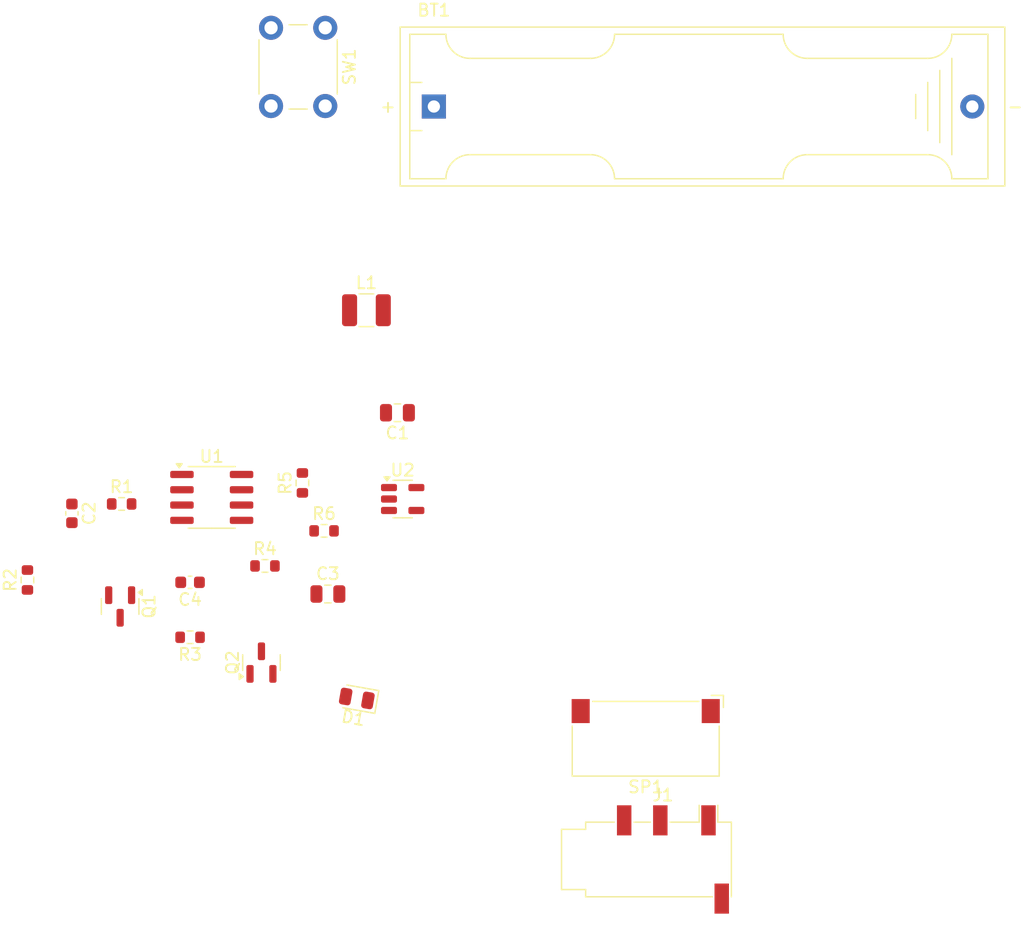
<source format=kicad_pcb>
(kicad_pcb (version 20240108) (generator "pcbnew") (generator_version "8.0")
  (layers (0 "F.Cu" signal) (31 "B.Cu" signal) (34 "B.Paste" user) (35 "F.Paste" user) (36 "B.SilkS" user "B.Silkscreen") (37 "F.SilkS" user "F.Silkscreen") (38 "B.Mask" user) (39 "F.Mask" user) (44 "Edge.Cuts" user))
  (net 0 "")
  (net 1 "Net-(L1-Pad1)")
  (net 2 "Net-(C2-Pad1)")
  (net 3 "Net-(Q1-Pad2)")
  (net 4 "GND")
  (net 5 "Net-(J1-PadR)")
  (net 6 "Net-(Q2-Pad2)")
  (net 7 "Net-(C4-Pad1)")
  (net 8 "Net-(C3-Pad1)")
  (net 9 "Net-(R5-Pad2)")
  (net 10 "Net-(C1-Pad1)")
  (net 11 "Net-(U1-Pad6)")
  (net 12 "Net-(U1-Pad2)")
  (net 13 "Net-(J1-PadT)")
  (net 14 "Net-(SP1-Pad2)")
  (net 15 "Net-(D1-Pad1)")
  (net 16 "VCC")
  (footprint "Connector_Audio:Jack_3.5mm_PJ320D_Horizontal" (layer "F.Cu") (at 146.114854 130.59393)
    (property "Reference" "J1" (at 0.05 -5.35 0) (layer "F.SilkS"))
    (property "Value" "AudioJack3")
    (fp_line (start -8.375 -2.5) (end -8.375 2.5) (stroke (width 0.12)) (layer "F.SilkS"))
    (fp_line (start -6.375 -3.1) (end -6.375 -2.5) (stroke (width 0.12)) (layer "F.SilkS"))
    (fp_line (start -6.375 -3.1) (end -4 -3.1) (stroke (width 0.12)) (layer "F.SilkS"))
    (fp_line (start -6.375 -2.5) (end -8.375 -2.5) (stroke (width 0.12)) (layer "F.SilkS"))
    (fp_line (start -6.375 2.5) (end -8.375 2.5) (stroke (width 0.12)) (layer "F.SilkS"))
    (fp_line (start -6.375 2.5) (end -6.375 3.1) (stroke (width 0.12)) (layer "F.SilkS"))
    (fp_line (start -2.35 -3.1) (end -1 -3.1) (stroke (width 0.12)) (layer "F.SilkS"))
    (fp_line (start 0.65 -3.1) (end 3.05 -3.1) (stroke (width 0.12)) (layer "F.SilkS"))
    (fp_line (start 3.05 -3.1) (end 3.05 -4.5) (stroke (width 0.12)) (layer "F.SilkS"))
    (fp_line (start 4.15 3.1) (end -6.375 3.1) (stroke (width 0.12)) (layer "F.SilkS"))
    (fp_line (start 4.6 -3.1) (end 4.6 -4.5) (stroke (width 0.12)) (layer "F.SilkS"))
    (fp_line (start 4.6 -3.1) (end 5.725 -3.1) (stroke (width 0.12)) (layer "F.SilkS"))
    (fp_line (start 5.725 3.1) (end 5.725 -3.1) (stroke (width 0.12)) (layer "F.SilkS"))
    (pad "" np_thru_hole circle (at -4.775 0) (size 1.5 1.5) (drill 1.5) (layers "*.Cu" "*.Mask"))
    (pad "" np_thru_hole circle (at 2.225 0) (size 1.5 1.5) (drill 1.5) (layers "*.Cu" "*.Mask"))
    (pad "R1" smd rect (at -0.175 -3.25) (size 1.2 2.5) (layers "F.Cu" "F.Paste" "F.Mask"))
    (pad "R2" smd rect (at -3.175 -3.25) (size 1.2 2.5) (layers "F.Cu" "F.Paste" "F.Mask"))
    (pad "S" smd rect (at 4.925 3.25) (size 1.2 2.5) (layers "F.Cu" "F.Paste" "F.Mask") (net 4 "GND"))
    (pad "T" smd rect (at 3.825 -3.25) (size 1.2 2.5) (layers "F.Cu" "F.Paste" "F.Mask") (net 13 "Net-(J1-PadT)"))
  )
  (footprint "Resistor_SMD:R_0603_1608Metric" (layer "F.Cu") (at 116.225991 99.315176 90)
    (property "Reference" "R5" (at 0.000001 -1.43 90) (layer "F.SilkS"))
    (property "Value" "10k")
    (fp_line (start -0.237261 -0.522502) (end 0.237255 -0.522499) (stroke (width 0.12)) (layer "F.SilkS"))
    (fp_line (start -0.237255 0.522499) (end 0.237261 0.522502) (stroke (width 0.12)) (layer "F.SilkS"))
    (pad "1" smd roundrect (at -0.825 0.000001 90) (size 0.8 0.95) (layers "F.Cu" "F.Paste" "F.Mask") (net 8 "Net-(C3-Pad1)"))
    (pad "2" smd roundrect (at 0.825 -0.000001 90) (size 0.8 0.95) (layers "F.Cu" "F.Paste" "F.Mask") (net 9 "Net-(R5-Pad2)"))
  )
  (footprint "Resistor_SMD:R_0603_1608Metric" (layer "F.Cu") (at 101.218699 101.063677)
    (property "Reference" "R1" (at -0.000001 -1.430001 0) (layer "F.SilkS"))
    (property "Value" "10k")
    (fp_line (start -0.237258 -0.5225) (end 0.237258 -0.5225) (stroke (width 0.12)) (layer "F.SilkS"))
    (fp_line (start -0.237258 0.5225) (end 0.237258 0.5225) (stroke (width 0.12)) (layer "F.SilkS"))
    (pad "1" smd roundrect (at -0.825 -0.000001) (size 0.8 0.95) (layers "F.Cu" "F.Paste" "F.Mask") (net 2 "Net-(C2-Pad1)"))
    (pad "2" smd roundrect (at 0.825 0.000001) (size 0.8 0.95) (layers "F.Cu" "F.Paste" "F.Mask") (net 1 "Net-(L1-Pad1)"))
  )
  (footprint "Inductor_SMD:L_1210_3225Metric" (layer "F.Cu") (at 121.541645 84.971973)
    (property "Reference" "L1" (at 0 -2.28 0) (layer "F.SilkS"))
    (property "Value" "10mH")
    (fp_line (start -0.602064 -1.36) (end 0.602064 -1.36) (stroke (width 0.12)) (layer "F.SilkS"))
    (fp_line (start -0.602064 1.36) (end 0.602064 1.36) (stroke (width 0.12)) (layer "F.SilkS"))
    (pad "1" smd roundrect (at -1.4 0) (size 1.25 2.65) (layers "F.Cu" "F.Paste" "F.Mask") (roundrect_rratio 0.2) (net 1 "Net-(L1-Pad1)"))
    (pad "2" smd roundrect (at 1.4 0) (size 1.25 2.65) (layers "F.Cu" "F.Paste" "F.Mask") (roundrect_rratio 0.2) (net 10 "Net-(C1-Pad1)"))
  )
  (footprint "Package_TO_SOT_SMD:SOT-23" (layer "F.Cu") (at 101.093695 109.578011 -90)
    (property "Reference" "Q1" (at 0.000001 -2.400005 90) (layer "F.SilkS"))
    (property "Value" "2N3904")
    (fp_line (start 0 1.56) (end -0.650002 1.560005) (stroke (width 0.12)) (layer "F.SilkS"))
    (fp_line (start 0 1.56) (end 0.650001 1.56) (stroke (width 0.12)) (layer "F.SilkS"))
    (fp_line (start 0 -1.56) (end -0.650001 -1.56) (stroke (width 0.12)) (layer "F.SilkS"))
    (fp_line (start 0 -1.56) (end 0.650002 -1.560005) (stroke (width 0.12)) (layer "F.SilkS"))
    (fp_poly (pts (xy -1.162501 -1.509997) (xy -1.402505 -1.839992) (xy -0.9225 -1.840002) (xy -1.162501 -1.509997)) (stroke (width 0.12)) (fill solid) (layer "F.SilkS"))
    (pad "1" smd roundrect (at -0.937492 -0.950004 270) (size 1.475 0.6) (layers "F.Cu" "F.Paste" "F.Mask") (net 4 "GND"))
    (pad "2" smd roundrect (at -0.937506 0.949999 270) (size 1.475 0.6) (layers "F.Cu" "F.Paste" "F.Mask") (net 3 "Net-(Q1-Pad2)"))
    (pad "3" smd roundrect (at 0.937493 0.000001 270) (size 1.475 0.6) (layers "F.Cu" "F.Paste" "F.Mask") (net 5 "Net-(J1-PadR)"))
  )
  (footprint "Resistor_SMD:R_0603_1608Metric" (layer "F.Cu") (at 118.023742 103.297874)
    (property "Reference" "R6" (at 0.000001 -1.430005 0) (layer "F.SilkS"))
    (property "Value" "10k")
    (fp_line (start -0.237263 -0.522505) (end 0.237251 -0.522501) (stroke (width 0.12)) (layer "F.SilkS"))
    (fp_line (start -0.237251 0.522501) (end 0.237263 0.522505) (stroke (width 0.12)) (layer "F.SilkS"))
    (pad "1" smd roundrect (at -0.825002 -0.000001) (size 0.8 0.95) (layers "F.Cu" "F.Paste" "F.Mask") (net 8 "Net-(C3-Pad1)"))
    (pad "2" smd roundrect (at 0.825002 0.000001) (size 0.8 0.95) (layers "F.Cu" "F.Paste" "F.Mask") (net 4 "GND"))
  )
  (footprint "Resistor_SMD:R_0603_1608Metric" (layer "F.Cu") (at 106.900649 112.137522 180)
    (property "Reference" "R3" (at 0.000002 -1.430001 360) (layer "F.SilkS"))
    (property "Value" "10k")
    (fp_line (start -0.237252 0.5225) (end 0.237262 0.522504) (stroke (width 0.12)) (layer "F.SilkS"))
    (fp_line (start -0.237262 -0.522504) (end 0.237252 -0.5225) (stroke (width 0.12)) (layer "F.SilkS"))
    (pad "1" smd roundrect (at -0.824998 0 180) (size 0.8 0.95) (layers "F.Cu" "F.Paste" "F.Mask") (net 5 "Net-(J1-PadR)"))
    (pad "2" smd roundrect (at 0.824998 0 180) (size 0.8 0.95) (layers "F.Cu" "F.Paste" "F.Mask") (net 4 "GND"))
  )
  (footprint "Resistor_SMD:R_0603_1608Metric" (layer "F.Cu") (at 113.117544 106.212044)
    (property "Reference" "R4" (at 0 -1.43 0) (layer "F.SilkS"))
    (property "Value" "1k")
    (fp_line (start -0.237258 -0.5225) (end 0.237258 -0.5225) (stroke (width 0.12)) (layer "F.SilkS"))
    (fp_line (start -0.237258 0.5225) (end 0.237258 0.5225) (stroke (width 0.12)) (layer "F.SilkS"))
    (pad "1" smd roundrect (at -0.825 0) (size 0.8 0.95) (layers "F.Cu" "F.Paste" "F.Mask") (net 7 "Net-(C4-Pad1)"))
    (pad "2" smd roundrect (at 0.825 0) (size 0.8 0.95) (layers "F.Cu" "F.Paste" "F.Mask") (net 6 "Net-(Q2-Pad2)"))
  )
  (footprint "Capacitor_SMD:C_0805_2012Metric" (layer "F.Cu") (at 124.115642 93.486838 180)
    (property "Reference" "C1" (at 0 -1.68 360) (layer "F.SilkS"))
    (property "Value" "10uF")
    (fp_line (start -0.261249 0.735003) (end 0.261252 0.734997) (stroke (width 0.12)) (layer "F.SilkS"))
    (fp_line (start -0.261252 -0.734997) (end 0.261249 -0.735003) (stroke (width 0.12)) (layer "F.SilkS"))
    (pad "1" smd roundrect (at -0.949997 0.000001 180) (size 1 1.45) (layers "F.Cu" "F.Paste" "F.Mask") (net 10 "Net-(C1-Pad1)"))
    (pad "2" smd roundrect (at 0.949997 -0.000001 180) (size 1 1.45) (layers "F.Cu" "F.Paste" "F.Mask") (net 4 "GND"))
  )
  (footprint "Capacitor_SMD:C_0603_1608Metric" (layer "F.Cu") (at 106.900649 107.57199 180)
    (property "Reference" "C4" (at 0.000002 -1.430001 360) (layer "F.SilkS"))
    (property "Value" "100nF")
    (fp_line (start -0.140579 -0.510001) (end 0.14058 -0.51) (stroke (width 0.12)) (layer "F.SilkS"))
    (fp_line (start -0.14058 0.51) (end 0.140579 0.510001) (stroke (width 0.12)) (layer "F.SilkS"))
    (pad "1" smd roundrect (at -0.775001 0.000005 180) (size 0.9 0.95) (layers "F.Cu" "F.Paste" "F.Mask") (net 7 "Net-(C4-Pad1)"))
    (pad "2" smd roundrect (at 0.775001 -0.000005 180) (size 0.9 0.95) (layers "F.Cu" "F.Paste" "F.Mask") (net 4 "GND"))
  )
  (footprint "Button_Switch_THT:SW_PUSH_6mm" (layer "F.Cu") (at 118.122393 61.509745 -90)
    (property "Reference" "SW1" (at 3.249998 -2 90) (layer "F.SilkS"))
    (property "Value" "SW_SPST")
    (fp_line (start 1 5.5) (end 5.5 5.5) (stroke (width 0.12)) (layer "F.SilkS"))
    (fp_line (start 6.750002 3) (end 6.749997 1.499999) (stroke (width 0.12)) (layer "F.SilkS"))
    (fp_line (start -0.25 1.5) (end -0.250003 3) (stroke (width 0.12)) (layer "F.SilkS"))
    (fp_line (start 5.5 -1) (end 1.000001 -0.999997) (stroke (width 0.12)) (layer "F.SilkS"))
    (pad "1" thru_hole circle (at 0 0) (size 2 2) (drill 1.1) (layers "*.Cu" "*.Mask") (net 16 "VCC"))
    (pad "1" thru_hole circle (at 6.499999 0.000001) (size 2 2) (drill 1.1) (layers "*.Cu" "*.Mask") (net 16 "VCC"))
    (pad "2" thru_hole circle (at -0.000001 4.5) (size 2 2) (drill 1.1) (layers "*.Cu" "*.Mask") (net 9 "Net-(R5-Pad2)"))
    (pad "2" thru_hole circle (at 6.500002 4.5) (size 2 2) (drill 1.1) (layers "*.Cu" "*.Mask") (net 9 "Net-(R5-Pad2)"))
  )
  (footprint "Battery:BatteryHolder_Keystone_2466_1xAAA" (layer "F.Cu") (at 127.141458 68.050155)
    (property "Reference" "BT1" (at 0 -8 180) (layer "F.SilkS"))
    (property "Value" "AAA")
    (fp_line (start -2.8 -6.6) (end -2.8 6.6) (stroke (width 0.12)) (layer "F.SilkS"))
    (fp_line (start -2.8 6.6) (end 47.4 6.6) (stroke (width 0.12)) (layer "F.SilkS"))
    (fp_line (start -2 -6) (end -2 6) (stroke (width 0.12)) (layer "F.SilkS"))
    (fp_line (start -2 -6) (end 1 -6) (stroke (width 0.12)) (layer "F.SilkS"))
    (fp_line (start -2 -2) (end -1 -2) (stroke (width 0.12)) (layer "F.SilkS"))
    (fp_line (start -2 6) (end 1 6) (stroke (width 0.12)) (layer "F.SilkS"))
    (fp_line (start -1 2) (end -2 2) (stroke (width 0.12)) (layer "F.SilkS"))
    (fp_line (start 3 -4) (end 13 -4) (stroke (width 0.12)) (layer "F.SilkS"))
    (fp_line (start 3 4) (end 13 4) (stroke (width 0.12)) (layer "F.SilkS"))
    (fp_line (start 15 6) (end 29 6) (stroke (width 0.12)) (layer "F.SilkS"))
    (fp_line (start 29 -6) (end 15 -6) (stroke (width 0.12)) (layer "F.SilkS"))
    (fp_line (start 40 -1) (end 40 1) (stroke (width 0.12)) (layer "F.SilkS"))
    (fp_line (start 41 -4) (end 31 -4) (stroke (width 0.12)) (layer "F.SilkS"))
    (fp_line (start 41 -2) (end 41 2) (stroke (width 0.12)) (layer "F.SilkS"))
    (fp_line (start 41 4) (end 31 4) (stroke (width 0.12)) (layer "F.SilkS"))
    (fp_line (start 42 3) (end 42 -3) (stroke (width 0.12)) (layer "F.SilkS"))
    (fp_line (start 43 -4) (end 43 4) (stroke (width 0.12)) (layer "F.SilkS"))
    (fp_line (start 46 -6) (end 43 -6) (stroke (width 0.12)) (layer "F.SilkS"))
    (fp_line (start 46 -6) (end 46 6) (stroke (width 0.12)) (layer "F.SilkS"))
    (fp_line (start 46 6) (end 43 6) (stroke (width 0.12)) (layer "F.SilkS"))
    (fp_line (start 47.4 -6.6) (end -2.8 -6.6) (stroke (width 0.12)) (layer "F.SilkS"))
    (fp_line (start 47.4 6.6) (end 47.4 -6.6) (stroke (width 0.12)) (layer "F.SilkS"))
    (fp_arc (start 1 6) (mid 1.585786 4.585786) (end 3 4) (stroke (width 0.12)) (layer "F.SilkS"))
    (fp_arc (start 3 -4) (mid 1.585786 -4.585786) (end 1 -6) (stroke (width 0.12)) (layer "F.SilkS"))
    (fp_arc (start 13 4) (mid 14.414214 4.585786) (end 15 6) (stroke (width 0.12)) (layer "F.SilkS"))
    (fp_arc (start 15 -6) (mid 14.414214 -4.585786) (end 13 -4) (stroke (width 0.12)) (layer "F.SilkS"))
    (fp_arc (start 29 6) (mid 29.585786 4.585786) (end 31 4) (stroke (width 0.12)) (layer "F.SilkS"))
    (fp_arc (start 31 -4) (mid 29.585786 -4.585786) (end 29 -6) (stroke (width 0.12)) (layer "F.SilkS"))
    (fp_arc (start 41 4) (mid 42.414214 4.585786) (end 43 6) (stroke (width 0.12)) (layer "F.SilkS"))
    (fp_arc (start 43 -6) (mid 42.414214 -4.585786) (end 41 -4) (stroke (width 0.12)) (layer "F.SilkS"))
    (fp_text user "-" (at 48.26 0 0) (layer "F.SilkS"))
    (fp_text user "+" (at -3.81 0 0) (layer "F.SilkS"))
    (pad "1" thru_hole rect (at 0 0) (size 2 2) (drill 1.02) (layers "*.Cu" "*.Mask") (net 16 "VCC"))
    (pad "2" thru_hole circle (at 44.7 0) (size 2 2) (drill 1.02) (layers "*.Cu" "*.Mask") (net 4 "GND"))
  )
  (footprint "Buzzer_Beeper:Speaker_CUI_CMR-1206S-67" (layer "F.Cu") (at 144.728731 120.568027 180)
    (property "Reference" "SP1" (at -0.000001 -3.999999 0) (layer "F.SilkS"))
    (property "Value" "Speaker")
    (fp_line (start 6.100001 -3.100001) (end 6.100001 1.049997) (stroke (width 0.12)) (layer "F.SilkS"))
    (fp_line (start 4.400002 3.100001) (end -4.400001 3.099997) (stroke (width 0.12)) (layer "F.SilkS"))
    (fp_line (start -6.1 -3.1) (end 6.100001 -3.100001) (stroke (width 0.12)) (layer "F.SilkS"))
    (fp_line (start -6.100003 1.050001) (end -6.1 -3.1) (stroke (width 0.12)) (layer "F.SilkS"))
    (fp_line (start -6.45 3.600002) (end -5.450003 3.6) (stroke (width 0.12)) (layer "F.SilkS"))
    (fp_line (start -6.450001 2.600003) (end -6.45 3.600002) (stroke (width 0.12)) (layer "F.SilkS"))
    (pad "1" smd rect (at -5.400001 2.300002) (size 1.5 2) (layers "F.Cu" "F.Mask") (net 13 "Net-(J1-PadT)"))
    (pad "2" smd rect (at 5.399999 2.300001) (size 1.5 2) (layers "F.Cu" "F.Mask") (net 14 "Net-(SP1-Pad2)"))
  )
  (footprint "Package_TO_SOT_SMD:SOT-23" (layer "F.Cu") (at 112.826128 114.24069 90)
    (property "Reference" "Q2" (at -0.000001 -2.400001 90) (layer "F.SilkS"))
    (property "Value" "2N3904")
    (fp_line (start 0 -1.56) (end 0.650001 -1.56) (stroke (width 0.12)) (layer "F.SilkS"))
    (fp_line (start 0 -1.56) (end -0.65 -1.56) (stroke (width 0.12)) (layer "F.SilkS"))
    (fp_line (start 0 1.56) (end 0.65 1.56) (stroke (width 0.12)) (layer "F.SilkS"))
    (fp_line (start 0 1.56) (end -0.650001 1.56) (stroke (width 0.12)) (layer "F.SilkS"))
    (fp_poly (pts (xy -1.1625 -1.51) (xy -1.402499 -1.84) (xy -0.922499 -1.840002) (xy -1.1625 -1.51)) (stroke (width 0.12)) (fill solid) (layer "F.SilkS"))
    (pad "1" smd roundrect (at -0.9375 -0.949999 90) (size 1.475 0.6) (layers "F.Cu" "F.Paste" "F.Mask") (net 4 "GND"))
    (pad "2" smd roundrect (at -0.937501 0.949999 90) (size 1.475 0.6) (layers "F.Cu" "F.Paste" "F.Mask") (net 6 "Net-(Q2-Pad2)"))
    (pad "3" smd roundrect (at 0.9375 -0.000001 90) (size 1.475 0.6) (layers "F.Cu" "F.Paste" "F.Mask") (net 7 "Net-(C4-Pad1)"))
  )
  (footprint "LED_SMD:LED_0805_2012Metric" (layer "F.Cu") (at 120.742517 117.220235 170)
    (property "Reference" "D1" (at -0.000001 -1.649999 170) (layer "F.SilkS"))
    (property "Value" "LED")
    (fp_line (start 1.000001 -0.960003) (end -1.685 -0.960001) (stroke (width 0.12)) (layer "F.SilkS"))
    (fp_line (start -1.685 -0.960001) (end -1.684999 0.959999) (stroke (width 0.12)) (layer "F.SilkS"))
    (fp_line (start -1.684999 0.959999) (end 1.000002 0.959999) (stroke (width 0.12)) (layer "F.SilkS"))
    (pad "1" smd roundrect (at -0.9375 0.000002 170) (size 0.975 1.4) (layers "F.Cu" "F.Paste" "F.Mask") (net 15 "Net-(D1-Pad1)"))
    (pad "2" smd roundrect (at 0.9375 -0.000002 170) (size 0.975 1.4) (layers "F.Cu" "F.Paste" "F.Mask") (net 7 "Net-(C4-Pad1)"))
  )
  (footprint "Resistor_SMD:R_0603_1608Metric" (layer "F.Cu") (at 93.39833 107.377712 90)
    (property "Reference" "R2" (at 0.000002 -1.43 90) (layer "F.SilkS"))
    (property "Value" "1k")
    (fp_line (start -0.237261 -0.522503) (end 0.237253 -0.522499) (stroke (width 0.12)) (layer "F.SilkS"))
    (fp_line (start -0.237253 0.522499) (end 0.237261 0.522503) (stroke (width 0.12)) (layer "F.SilkS"))
    (pad "1" smd roundrect (at -0.825001 0.000001 90) (size 0.8 0.95) (layers "F.Cu" "F.Paste" "F.Mask") (net 3 "Net-(Q1-Pad2)"))
    (pad "2" smd roundrect (at 0.825001 -0.000001 90) (size 0.8 0.95) (layers "F.Cu" "F.Paste" "F.Mask") (net 2 "Net-(C2-Pad1)"))
  )
  (footprint "Package_SO:SOIC-8_3.9x4.9mm_P1.27mm" (layer "F.Cu") (at 108.699764 100.518624)
    (property "Reference" "U1" (at 0 -3.4 0) (layer "F.SilkS"))
    (property "Value" "LM358")
    (fp_line (start 0 -2.56) (end -1.95 -2.56) (stroke (width 0.12)) (layer "F.SilkS"))
    (fp_line (start 0 -2.56) (end 1.95 -2.56) (stroke (width 0.12)) (layer "F.SilkS"))
    (fp_line (start 0 2.56) (end -1.95 2.56) (stroke (width 0.12)) (layer "F.SilkS"))
    (fp_line (start 0 2.56) (end 1.95 2.56) (stroke (width 0.12)) (layer "F.SilkS"))
    (fp_poly (pts (xy -2.7 -2.465) (xy -2.94 -2.795) (xy -2.46 -2.795) (xy -2.7 -2.465)) (stroke (width 0.12)) (fill solid) (layer "F.SilkS"))
    (pad "1" smd roundrect (at -2.475 -1.905) (size 1.95 0.6) (layers "F.Cu" "F.Paste" "F.Mask") (net 2 "Net-(C2-Pad1)"))
    (pad "2" smd roundrect (at -2.475 -0.635) (size 1.95 0.6) (layers "F.Cu" "F.Paste" "F.Mask") (net 12 "Net-(U1-Pad2)"))
    (pad "3" smd roundrect (at -2.475 0.635) (size 1.95 0.6) (layers "F.Cu" "F.Paste" "F.Mask") (net 1 "Net-(L1-Pad1)"))
    (pad "4" smd roundrect (at -2.475 1.905) (size 1.95 0.6) (layers "F.Cu" "F.Paste" "F.Mask") (net 4 "GND"))
    (pad "5" smd roundrect (at 2.475 1.905) (size 1.95 0.6) (layers "F.Cu" "F.Paste" "F.Mask") (net 14 "Net-(SP1-Pad2)"))
    (pad "6" smd roundrect (at 2.475 0.635) (size 1.95 0.6) (layers "F.Cu" "F.Paste" "F.Mask") (net 11 "Net-(U1-Pad6)"))
    (pad "7" smd roundrect (at 2.475 -0.635) (size 1.95 0.6) (layers "F.Cu" "F.Paste" "F.Mask") (net 13 "Net-(J1-PadT)"))
    (pad "8" smd roundrect (at 2.475 -1.905) (size 1.95 0.6) (layers "F.Cu" "F.Paste" "F.Mask") (net 9 "Net-(R5-Pad2)"))
  )
  (footprint "Capacitor_SMD:C_0805_2012Metric" (layer "F.Cu") (at 118.341652 108.543378)
    (property "Reference" "C3" (at 0 -1.68 360) (layer "F.SilkS"))
    (property "Value" "10uF")
    (fp_line (start -0.26125 -0.734995) (end 0.26125 -0.735007) (stroke (width 0.12)) (layer "F.SilkS"))
    (fp_line (start -0.26125 0.735007) (end 0.26125 0.734995) (stroke (width 0.12)) (layer "F.SilkS"))
    (pad "1" smd roundrect (at -0.949993 0.000002) (size 1 1.45) (layers "F.Cu" "F.Paste" "F.Mask") (net 8 "Net-(C3-Pad1)"))
    (pad "2" smd roundrect (at 0.949993 -0.000002) (size 1 1.45) (layers "F.Cu" "F.Paste" "F.Mask") (net 4 "GND"))
  )
  (footprint "Capacitor_SMD:C_0603_1608Metric" (layer "F.Cu") (at 97.089605 101.842902 -90)
    (property "Reference" "C2" (at 0.000001 -1.430002 90) (layer "F.SilkS"))
    (property "Value" "100nF")
    (fp_line (start -0.14058 0.51) (end 0.140579 0.510001) (stroke (width 0.12)) (layer "F.SilkS"))
    (fp_line (start -0.140579 -0.510001) (end 0.14058 -0.51) (stroke (width 0.12)) (layer "F.SilkS"))
    (pad "1" smd roundrect (at -0.775 0.000006 270) (size 0.9 0.95) (layers "F.Cu" "F.Paste" "F.Mask") (net 2 "Net-(C2-Pad1)"))
    (pad "2" smd roundrect (at 0.775 -0.000006 270) (size 0.9 0.95) (layers "F.Cu" "F.Paste" "F.Mask") (net 4 "GND"))
  )
  (footprint "Package_TO_SOT_SMD:SOT-23-5" (layer "F.Cu") (at 124.551776 100.653723)
    (property "Reference" "U2" (at 0.000002 -2.400004 360) (layer "F.SilkS"))
    (property "Value" "TPS61220")
    (fp_line (start 0 -1.56) (end -0.800007 -1.559995) (stroke (width 0.12)) (layer "F.SilkS"))
    (fp_line (start 0 -1.56) (end 0.800002 -1.560001) (stroke (width 0.12)) (layer "F.SilkS"))
    (fp_line (start 0 1.56) (end -0.800002 1.560001) (stroke (width 0.12)) (layer "F.SilkS"))
    (fp_line (start 0 1.56) (end 0.800007 1.559995) (stroke (width 0.12)) (layer "F.SilkS"))
    (fp_poly (pts (xy -1.300009 -1.509987) (xy -1.539995 -1.840001) (xy -1.059998 -1.839994) (xy -1.300009 -1.509987)) (stroke (width 0.12)) (fill solid) (layer "F.SilkS"))
    (pad "1" smd roundrect (at -1.137499 -0.949991) (size 1.325 0.6) (layers "F.Cu" "F.Paste" "F.Mask") (net 9 "Net-(R5-Pad2)"))
    (pad "2" smd roundrect (at -1.1375 0) (size 1.325 0.6) (layers "F.Cu" "F.Paste" "F.Mask") (net 4 "GND"))
    (pad "3" smd roundrect (at -1.137487 0.950005) (size 1.325 0.6) (layers "F.Cu" "F.Paste" "F.Mask") (net 9 "Net-(R5-Pad2)"))
    (pad "4" smd roundrect (at 1.137499 0.949991) (size 1.325 0.6) (layers "F.Cu" "F.Paste" "F.Mask") (net 8 "Net-(C3-Pad1)"))
    (pad "5" smd roundrect (at 1.137487 -0.950005) (size 1.325 0.6) (layers "F.Cu" "F.Paste" "F.Mask") (net 10 "Net-(C1-Pad1)"))
  )
)
</source>
